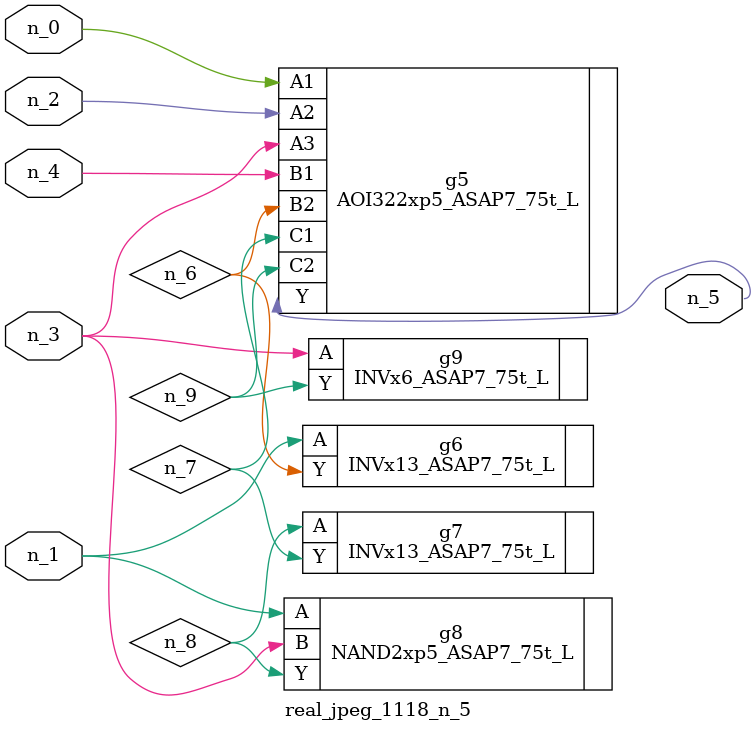
<source format=v>
module real_jpeg_1118_n_5 (n_4, n_0, n_1, n_2, n_3, n_5);

input n_4;
input n_0;
input n_1;
input n_2;
input n_3;

output n_5;

wire n_8;
wire n_6;
wire n_7;
wire n_9;

AOI322xp5_ASAP7_75t_L g5 ( 
.A1(n_0),
.A2(n_2),
.A3(n_3),
.B1(n_4),
.B2(n_6),
.C1(n_7),
.C2(n_9),
.Y(n_5)
);

INVx13_ASAP7_75t_L g6 ( 
.A(n_1),
.Y(n_6)
);

NAND2xp5_ASAP7_75t_L g8 ( 
.A(n_1),
.B(n_3),
.Y(n_8)
);

INVx6_ASAP7_75t_L g9 ( 
.A(n_3),
.Y(n_9)
);

INVx13_ASAP7_75t_L g7 ( 
.A(n_8),
.Y(n_7)
);


endmodule
</source>
